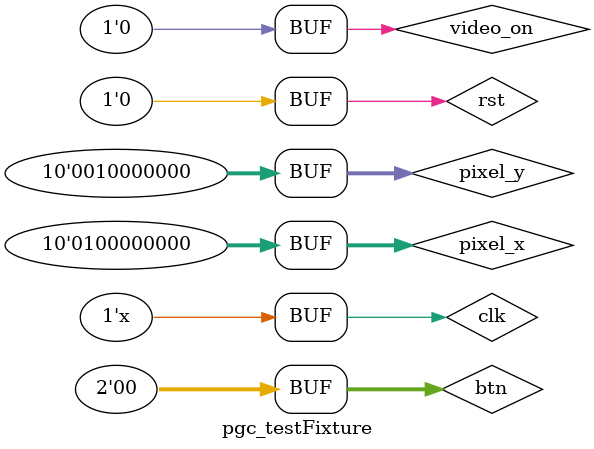
<source format=v>
`timescale 1ns / 1ps


module pgc_testFixture;

	// Inputs
	reg clk;
	reg rst;
	reg [1:0] btn;
	reg [9:0] pixel_x;
	reg [9:0] pixel_y;
	reg video_on;

	// Outputs
	wire [11:0] rgb;

	// Instantiate the Unit Under Test (UUT)
	pixel_generation_circuit uut (
		.clk(clk), 
		.rst(rst), 
		.btn(btn), 
		.pixel_x(pixel_x), 
		.pixel_y(pixel_y), 
		.video_on(video_on), 
		.rgb(rgb)
	);
	always #10 clk = ~clk;
	
	initial begin
		// Initialize Inputs
		clk = 0;
		rst = 1;
		btn = 0;
		pixel_x = 0;
		pixel_y = 0;
		video_on = 0;
		#50
		rst = 0;

		// Wait 100 ns for global reset to finish
		#100;
      pixel_x = 256;
		pixel_y = 128;
		// Add stimulus here

	end
      
endmodule


</source>
